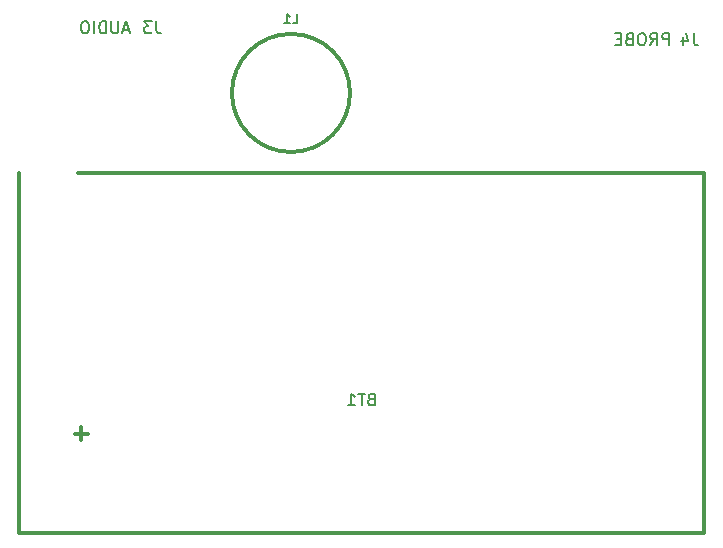
<source format=gbr>
G04 #@! TF.GenerationSoftware,KiCad,Pcbnew,(2017-08-18 revision 6be2f2934)-master*
G04 #@! TF.CreationDate,2017-08-19T20:32:53-06:00*
G04 #@! TF.ProjectId,tone,746F6E652E6B696361645F7063620000,rev?*
G04 #@! TF.SameCoordinates,Original*
G04 #@! TF.FileFunction,Legend,Bot*
G04 #@! TF.FilePolarity,Positive*
%FSLAX46Y46*%
G04 Gerber Fmt 4.6, Leading zero omitted, Abs format (unit mm)*
G04 Created by KiCad (PCBNEW (2017-08-18 revision 6be2f2934)-master) date Sat Aug 19 20:32:53 2017*
%MOMM*%
%LPD*%
G01*
G04 APERTURE LIST*
%ADD10C,0.300000*%
%ADD11C,0.350000*%
%ADD12C,0.150000*%
G04 APERTURE END LIST*
D10*
X6821428Y-40857142D02*
X5678571Y-40857142D01*
X6250000Y-41428571D02*
X6250000Y-40285714D01*
D11*
X59000000Y-49250000D02*
X59000000Y-18750000D01*
X1000000Y-49250000D02*
X59000000Y-49250000D01*
X1000000Y-18750000D02*
X1000000Y-49250000D01*
X59000000Y-18750000D02*
X6000000Y-18750000D01*
X29000000Y-12000000D02*
G75*
G03X29000000Y-12000000I-5000000J0D01*
G01*
D12*
X30785714Y-37928571D02*
X30642857Y-37976190D01*
X30595238Y-38023809D01*
X30547619Y-38119047D01*
X30547619Y-38261904D01*
X30595238Y-38357142D01*
X30642857Y-38404761D01*
X30738095Y-38452380D01*
X31119047Y-38452380D01*
X31119047Y-37452380D01*
X30785714Y-37452380D01*
X30690476Y-37500000D01*
X30642857Y-37547619D01*
X30595238Y-37642857D01*
X30595238Y-37738095D01*
X30642857Y-37833333D01*
X30690476Y-37880952D01*
X30785714Y-37928571D01*
X31119047Y-37928571D01*
X30261904Y-37452380D02*
X29690476Y-37452380D01*
X29976190Y-38452380D02*
X29976190Y-37452380D01*
X28833333Y-38452380D02*
X29404761Y-38452380D01*
X29119047Y-38452380D02*
X29119047Y-37452380D01*
X29214285Y-37595238D01*
X29309523Y-37690476D01*
X29404761Y-37738095D01*
X58083333Y-6952380D02*
X58083333Y-7666666D01*
X58130952Y-7809523D01*
X58226190Y-7904761D01*
X58369047Y-7952380D01*
X58464285Y-7952380D01*
X57178571Y-7285714D02*
X57178571Y-7952380D01*
X57416666Y-6904761D02*
X57654761Y-7619047D01*
X57035714Y-7619047D01*
X55988095Y-7952380D02*
X55988095Y-6952380D01*
X55607142Y-6952380D01*
X55511904Y-7000000D01*
X55464285Y-7047619D01*
X55416666Y-7142857D01*
X55416666Y-7285714D01*
X55464285Y-7380952D01*
X55511904Y-7428571D01*
X55607142Y-7476190D01*
X55988095Y-7476190D01*
X54416666Y-7952380D02*
X54750000Y-7476190D01*
X54988095Y-7952380D02*
X54988095Y-6952380D01*
X54607142Y-6952380D01*
X54511904Y-7000000D01*
X54464285Y-7047619D01*
X54416666Y-7142857D01*
X54416666Y-7285714D01*
X54464285Y-7380952D01*
X54511904Y-7428571D01*
X54607142Y-7476190D01*
X54988095Y-7476190D01*
X53797619Y-6952380D02*
X53607142Y-6952380D01*
X53511904Y-7000000D01*
X53416666Y-7095238D01*
X53369047Y-7285714D01*
X53369047Y-7619047D01*
X53416666Y-7809523D01*
X53511904Y-7904761D01*
X53607142Y-7952380D01*
X53797619Y-7952380D01*
X53892857Y-7904761D01*
X53988095Y-7809523D01*
X54035714Y-7619047D01*
X54035714Y-7285714D01*
X53988095Y-7095238D01*
X53892857Y-7000000D01*
X53797619Y-6952380D01*
X52607142Y-7428571D02*
X52464285Y-7476190D01*
X52416666Y-7523809D01*
X52369047Y-7619047D01*
X52369047Y-7761904D01*
X52416666Y-7857142D01*
X52464285Y-7904761D01*
X52559523Y-7952380D01*
X52940476Y-7952380D01*
X52940476Y-6952380D01*
X52607142Y-6952380D01*
X52511904Y-7000000D01*
X52464285Y-7047619D01*
X52416666Y-7142857D01*
X52416666Y-7238095D01*
X52464285Y-7333333D01*
X52511904Y-7380952D01*
X52607142Y-7428571D01*
X52940476Y-7428571D01*
X51940476Y-7428571D02*
X51607142Y-7428571D01*
X51464285Y-7952380D02*
X51940476Y-7952380D01*
X51940476Y-6952380D01*
X51464285Y-6952380D01*
X12583333Y-5952380D02*
X12583333Y-6666666D01*
X12630952Y-6809523D01*
X12726190Y-6904761D01*
X12869047Y-6952380D01*
X12964285Y-6952380D01*
X12202380Y-5952380D02*
X11583333Y-5952380D01*
X11916666Y-6333333D01*
X11773809Y-6333333D01*
X11678571Y-6380952D01*
X11630952Y-6428571D01*
X11583333Y-6523809D01*
X11583333Y-6761904D01*
X11630952Y-6857142D01*
X11678571Y-6904761D01*
X11773809Y-6952380D01*
X12059523Y-6952380D01*
X12154761Y-6904761D01*
X12202380Y-6857142D01*
X10273809Y-6666666D02*
X9797619Y-6666666D01*
X10369047Y-6952380D02*
X10035714Y-5952380D01*
X9702380Y-6952380D01*
X9369047Y-5952380D02*
X9369047Y-6761904D01*
X9321428Y-6857142D01*
X9273809Y-6904761D01*
X9178571Y-6952380D01*
X8988095Y-6952380D01*
X8892857Y-6904761D01*
X8845238Y-6857142D01*
X8797619Y-6761904D01*
X8797619Y-5952380D01*
X8321428Y-6952380D02*
X8321428Y-5952380D01*
X8083333Y-5952380D01*
X7940476Y-6000000D01*
X7845238Y-6095238D01*
X7797619Y-6190476D01*
X7750000Y-6380952D01*
X7750000Y-6523809D01*
X7797619Y-6714285D01*
X7845238Y-6809523D01*
X7940476Y-6904761D01*
X8083333Y-6952380D01*
X8321428Y-6952380D01*
X7321428Y-6952380D02*
X7321428Y-5952380D01*
X6654761Y-5952380D02*
X6464285Y-5952380D01*
X6369047Y-6000000D01*
X6273809Y-6095238D01*
X6226190Y-6285714D01*
X6226190Y-6619047D01*
X6273809Y-6809523D01*
X6369047Y-6904761D01*
X6464285Y-6952380D01*
X6654761Y-6952380D01*
X6750000Y-6904761D01*
X6845238Y-6809523D01*
X6892857Y-6619047D01*
X6892857Y-6285714D01*
X6845238Y-6095238D01*
X6750000Y-6000000D01*
X6654761Y-5952380D01*
X24133333Y-6111905D02*
X24514285Y-6111905D01*
X24514285Y-5311905D01*
X23447619Y-6111905D02*
X23904761Y-6111905D01*
X23676190Y-6111905D02*
X23676190Y-5311905D01*
X23752380Y-5426191D01*
X23828571Y-5502381D01*
X23904761Y-5540477D01*
M02*

</source>
